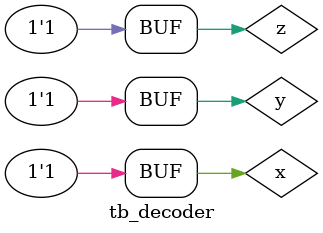
<source format=v>
`timescale 1ns/100ps

module m_3x8_encoder(out, x,y,z);

input wire x,y,z;
output wire[7:0] out;

assign out={(x&&y&&z),(x&&y&&~z),(x&&~y&&z),(x&&~y&&~z),(~x&&y&&z),(~x&&y&&~z),(~x&&~y&&z),(~x&&~y&&~z)};

endmodule

module tb_decoder;

reg x,y,z;
wire [7:0] out;

m_3x8_encoder test_encoder(out,x,y,z);

initial begin
    x=0;y=0;z=0;
    #250 x=0;y=0;z=1;
    #250 x=0;y=1;z=0;
    #250 x=0;y=1;z=1;
    #250 x=1;y=0;z=0;
    #250 x=1;y=0;z=1;
    #250 x=1;y=1;z=0;
    #250 x=1;y=1;z=1;
end

endmodule







</source>
